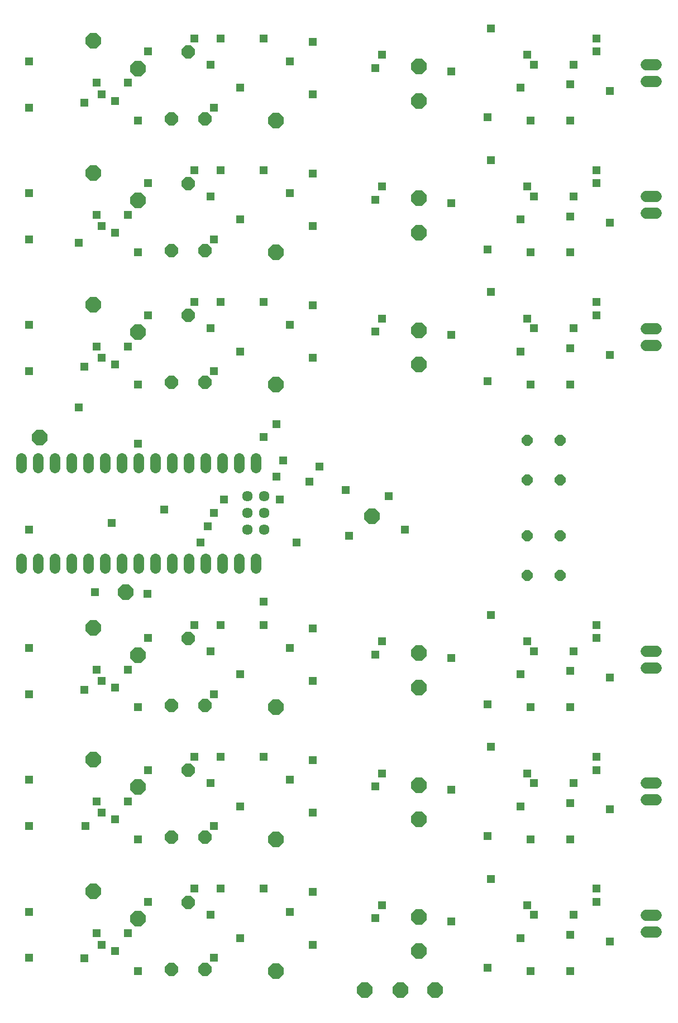
<source format=gbs>
G75*
%MOIN*%
%OFA0B0*%
%FSLAX25Y25*%
%IPPOS*%
%LPD*%
%AMOC8*
5,1,8,0,0,1.08239X$1,22.5*
%
%ADD10C,0.06000*%
%ADD11C,0.06800*%
%ADD12OC8,0.07000*%
%ADD13OC8,0.07800*%
%ADD14OC8,0.08500*%
%ADD15OC8,0.09300*%
%ADD16OC8,0.05600*%
%ADD17OC8,0.06400*%
%ADD18C,0.05550*%
%ADD19C,0.06350*%
%ADD20C,0.05550*%
%ADD21C,0.06350*%
%ADD22R,0.04362X0.04362*%
%ADD23R,0.05162X0.05162*%
D10*
X0430783Y0164950D02*
X0436783Y0164950D01*
X0436783Y0174950D02*
X0430783Y0174950D01*
X0430783Y0243690D02*
X0436783Y0243690D01*
X0436783Y0253690D02*
X0430783Y0253690D01*
X0430783Y0322430D02*
X0436783Y0322430D01*
X0436783Y0332430D02*
X0430783Y0332430D01*
X0430783Y0515343D02*
X0436783Y0515343D01*
X0436783Y0525343D02*
X0430783Y0525343D01*
X0430783Y0594083D02*
X0436783Y0594083D01*
X0436783Y0604083D02*
X0430783Y0604083D01*
X0430783Y0672824D02*
X0436783Y0672824D01*
X0436783Y0682824D02*
X0430783Y0682824D01*
D11*
X0436783Y0682824D01*
X0436783Y0672824D02*
X0430783Y0672824D01*
X0430783Y0604083D02*
X0436783Y0604083D01*
X0436783Y0594083D02*
X0430783Y0594083D01*
X0430783Y0525343D02*
X0436783Y0525343D01*
X0436783Y0515343D02*
X0430783Y0515343D01*
X0430783Y0332430D02*
X0436783Y0332430D01*
X0436783Y0322430D02*
X0430783Y0322430D01*
X0430783Y0253690D02*
X0436783Y0253690D01*
X0436783Y0243690D02*
X0430783Y0243690D01*
X0430783Y0174950D02*
X0436783Y0174950D01*
X0436783Y0164950D02*
X0430783Y0164950D01*
D12*
X0167287Y0142627D03*
X0147287Y0142627D03*
X0157287Y0182627D03*
X0147287Y0221367D03*
X0167287Y0221367D03*
X0157287Y0261367D03*
X0147287Y0300107D03*
X0167287Y0300107D03*
X0157287Y0340107D03*
X0147287Y0493020D03*
X0167287Y0493020D03*
X0157287Y0533020D03*
X0147287Y0571761D03*
X0167287Y0571761D03*
X0157287Y0611761D03*
X0147287Y0650501D03*
X0167287Y0650501D03*
X0157287Y0690501D03*
D13*
X0157287Y0690501D03*
X0147287Y0650501D03*
X0167287Y0650501D03*
X0157287Y0611761D03*
X0147287Y0571761D03*
X0167287Y0571761D03*
X0157287Y0533020D03*
X0147287Y0493020D03*
X0167287Y0493020D03*
X0157287Y0340107D03*
X0147287Y0300107D03*
X0167287Y0300107D03*
X0157287Y0261367D03*
X0147287Y0221367D03*
X0167287Y0221367D03*
X0157287Y0182627D03*
X0147287Y0142627D03*
X0167287Y0142627D03*
D14*
X0209807Y0141603D03*
X0209807Y0220343D03*
X0209807Y0299083D03*
X0266972Y0413257D03*
X0295004Y0331367D03*
X0295161Y0310894D03*
X0295004Y0252627D03*
X0295161Y0232154D03*
X0295004Y0173887D03*
X0295161Y0153414D03*
X0304689Y0130107D03*
X0284138Y0130107D03*
X0262917Y0130107D03*
X0127366Y0172784D03*
X0100634Y0189162D03*
X0127366Y0251524D03*
X0100634Y0267902D03*
X0127366Y0330265D03*
X0120043Y0367981D03*
X0100634Y0346643D03*
X0068862Y0460186D03*
X0100634Y0539556D03*
X0127366Y0523178D03*
X0127366Y0601918D03*
X0100634Y0618296D03*
X0127366Y0680658D03*
X0100634Y0697036D03*
X0209807Y0649477D03*
X0209807Y0570737D03*
X0209807Y0491997D03*
X0295161Y0503808D03*
X0295004Y0524280D03*
X0295161Y0582548D03*
X0295004Y0603020D03*
X0295161Y0661288D03*
X0295004Y0681761D03*
D15*
X0295004Y0681761D03*
X0295161Y0661288D03*
X0295004Y0603020D03*
X0295161Y0582548D03*
X0295004Y0524280D03*
X0295161Y0503808D03*
X0266972Y0413257D03*
X0295004Y0331367D03*
X0295161Y0310894D03*
X0295004Y0252627D03*
X0295161Y0232154D03*
X0295004Y0173887D03*
X0295161Y0153414D03*
X0304689Y0130107D03*
X0284138Y0130107D03*
X0262917Y0130107D03*
X0209807Y0141603D03*
X0209807Y0220343D03*
X0209807Y0299083D03*
X0127366Y0330265D03*
X0120043Y0367981D03*
X0100634Y0346643D03*
X0100634Y0267902D03*
X0127366Y0251524D03*
X0100634Y0189162D03*
X0127366Y0172784D03*
X0068862Y0460186D03*
X0100634Y0539556D03*
X0127366Y0523178D03*
X0127366Y0601918D03*
X0100634Y0618296D03*
X0127366Y0680658D03*
X0100634Y0697036D03*
X0209807Y0649477D03*
X0209807Y0570737D03*
X0209807Y0491997D03*
D16*
X0359810Y0458482D03*
X0359810Y0434882D03*
X0379410Y0434882D03*
X0379410Y0458482D03*
X0379410Y0401395D03*
X0379410Y0377795D03*
X0359810Y0377795D03*
X0359810Y0401395D03*
D17*
X0359810Y0401395D03*
X0359810Y0377795D03*
X0379410Y0377795D03*
X0379410Y0401395D03*
X0379410Y0434882D03*
X0379410Y0458482D03*
X0359810Y0458482D03*
X0359810Y0434882D03*
D18*
X0197917Y0442254D02*
X0197917Y0447803D01*
X0187917Y0447803D02*
X0187917Y0442254D01*
X0177917Y0442254D02*
X0177917Y0447803D01*
X0167917Y0447803D02*
X0167917Y0442254D01*
X0157917Y0442254D02*
X0157917Y0447803D01*
X0147917Y0447803D02*
X0147917Y0442254D01*
X0137917Y0442254D02*
X0137917Y0447803D01*
X0127917Y0447803D02*
X0127917Y0442254D01*
X0117917Y0442254D02*
X0117917Y0447803D01*
X0107917Y0447803D02*
X0107917Y0442254D01*
X0097917Y0442254D02*
X0097917Y0447803D01*
X0087917Y0447803D02*
X0087917Y0442254D01*
X0077917Y0442254D02*
X0077917Y0447803D01*
X0067917Y0447803D02*
X0067917Y0442254D01*
X0057917Y0442254D02*
X0057917Y0447803D01*
X0057917Y0387803D02*
X0057917Y0382254D01*
X0067917Y0382254D02*
X0067917Y0387803D01*
X0077917Y0387803D02*
X0077917Y0382254D01*
X0087917Y0382254D02*
X0087917Y0387803D01*
X0097917Y0387803D02*
X0097917Y0382254D01*
X0107917Y0382254D02*
X0107917Y0387803D01*
X0117917Y0387803D02*
X0117917Y0382254D01*
X0127917Y0382254D02*
X0127917Y0387803D01*
X0137917Y0387803D02*
X0137917Y0382254D01*
X0147917Y0382254D02*
X0147917Y0387803D01*
X0157917Y0387803D02*
X0157917Y0382254D01*
X0167917Y0382254D02*
X0167917Y0387803D01*
X0177917Y0387803D02*
X0177917Y0382254D01*
X0187917Y0382254D02*
X0187917Y0387803D01*
X0197917Y0387803D02*
X0197917Y0382254D01*
D19*
X0197917Y0387803D01*
X0187917Y0387803D02*
X0187917Y0382254D01*
X0177917Y0382254D02*
X0177917Y0387803D01*
X0167917Y0387803D02*
X0167917Y0382254D01*
X0157917Y0382254D02*
X0157917Y0387803D01*
X0147917Y0387803D02*
X0147917Y0382254D01*
X0137917Y0382254D02*
X0137917Y0387803D01*
X0127917Y0387803D02*
X0127917Y0382254D01*
X0117917Y0382254D02*
X0117917Y0387803D01*
X0107917Y0387803D02*
X0107917Y0382254D01*
X0097917Y0382254D02*
X0097917Y0387803D01*
X0087917Y0387803D02*
X0087917Y0382254D01*
X0077917Y0382254D02*
X0077917Y0387803D01*
X0067917Y0387803D02*
X0067917Y0382254D01*
X0057917Y0382254D02*
X0057917Y0387803D01*
X0057917Y0442254D02*
X0057917Y0447803D01*
X0067917Y0447803D02*
X0067917Y0442254D01*
X0077917Y0442254D02*
X0077917Y0447803D01*
X0087917Y0447803D02*
X0087917Y0442254D01*
X0097917Y0442254D02*
X0097917Y0447803D01*
X0107917Y0447803D02*
X0107917Y0442254D01*
X0117917Y0442254D02*
X0117917Y0447803D01*
X0127917Y0447803D02*
X0127917Y0442254D01*
X0137917Y0442254D02*
X0137917Y0447803D01*
X0147917Y0447803D02*
X0147917Y0442254D01*
X0157917Y0442254D02*
X0157917Y0447803D01*
X0167917Y0447803D02*
X0167917Y0442254D01*
X0177917Y0442254D02*
X0177917Y0447803D01*
X0187917Y0447803D02*
X0187917Y0442254D01*
X0197917Y0442254D02*
X0197917Y0447803D01*
D20*
X0192917Y0425028D03*
X0192917Y0415028D03*
X0192917Y0405028D03*
X0202917Y0405028D03*
X0202917Y0415028D03*
X0202917Y0425028D03*
D21*
X0202917Y0425028D03*
X0202917Y0415028D03*
X0202917Y0405028D03*
X0192917Y0405028D03*
X0192917Y0415028D03*
X0192917Y0425028D03*
D22*
X0178665Y0423060D03*
X0172760Y0415186D03*
X0169217Y0407312D03*
X0164886Y0397469D03*
X0143232Y0417154D03*
X0127484Y0456524D03*
X0127484Y0491957D03*
X0113705Y0503769D03*
X0121579Y0514595D03*
X0105831Y0507706D03*
X0102878Y0514595D03*
X0095594Y0502587D03*
X0092051Y0478178D03*
X0062524Y0499831D03*
X0062524Y0527391D03*
X0092051Y0576603D03*
X0105831Y0586446D03*
X0102878Y0593335D03*
X0113705Y0582509D03*
X0121579Y0593335D03*
X0133390Y0612036D03*
X0160949Y0619910D03*
X0170791Y0604162D03*
X0176697Y0619910D03*
X0188508Y0590383D03*
X0172760Y0578572D03*
X0176697Y0541170D03*
X0170791Y0525422D03*
X0160949Y0541170D03*
X0133390Y0533296D03*
X0127484Y0570698D03*
X0127484Y0649438D03*
X0113705Y0661249D03*
X0121579Y0672076D03*
X0105831Y0665186D03*
X0102878Y0672076D03*
X0095594Y0660068D03*
X0062524Y0657312D03*
X0062524Y0684871D03*
X0062524Y0606131D03*
X0062524Y0578572D03*
X0133390Y0690776D03*
X0160949Y0698650D03*
X0170791Y0682902D03*
X0176697Y0698650D03*
X0188508Y0669123D03*
X0172760Y0657312D03*
X0202287Y0619910D03*
X0218035Y0606131D03*
X0231815Y0617942D03*
X0231815Y0586446D03*
X0202287Y0541170D03*
X0218035Y0527391D03*
X0231815Y0539202D03*
X0231815Y0507706D03*
X0210161Y0468335D03*
X0202287Y0460461D03*
X0214098Y0446682D03*
X0210161Y0436839D03*
X0212130Y0423060D03*
X0229846Y0433887D03*
X0235752Y0442745D03*
X0251500Y0428965D03*
X0253469Y0401406D03*
X0277169Y0425107D03*
X0286933Y0405343D03*
X0273154Y0338414D03*
X0269217Y0330540D03*
X0231815Y0314792D03*
X0218035Y0334477D03*
X0231815Y0346288D03*
X0202287Y0348257D03*
X0202287Y0362036D03*
X0176697Y0348257D03*
X0170791Y0332509D03*
X0160949Y0348257D03*
X0133390Y0340383D03*
X0121579Y0321682D03*
X0113705Y0310855D03*
X0105831Y0314792D03*
X0102878Y0321682D03*
X0095594Y0309674D03*
X0062524Y0306918D03*
X0062524Y0334477D03*
X0101894Y0367942D03*
X0111736Y0409280D03*
X0132996Y0366761D03*
X0172760Y0306918D03*
X0188508Y0318729D03*
X0176697Y0269517D03*
X0170791Y0253769D03*
X0160949Y0269517D03*
X0133390Y0261643D03*
X0121579Y0242942D03*
X0113705Y0232115D03*
X0105831Y0236052D03*
X0102878Y0242942D03*
X0095988Y0228178D03*
X0127484Y0220304D03*
X0133390Y0182902D03*
X0121579Y0164202D03*
X0113705Y0153375D03*
X0105831Y0157312D03*
X0102878Y0164202D03*
X0095594Y0149044D03*
X0127484Y0141564D03*
X0160949Y0190776D03*
X0170791Y0175028D03*
X0176697Y0190776D03*
X0188508Y0161249D03*
X0172760Y0149438D03*
X0202287Y0190776D03*
X0218035Y0176997D03*
X0231815Y0188808D03*
X0231815Y0157312D03*
X0269217Y0173060D03*
X0273154Y0180934D03*
X0231815Y0236052D03*
X0218035Y0255737D03*
X0231815Y0267548D03*
X0202287Y0269517D03*
X0188508Y0239989D03*
X0172760Y0228178D03*
X0127484Y0299044D03*
X0062524Y0255737D03*
X0062524Y0228178D03*
X0062524Y0176997D03*
X0062524Y0149438D03*
X0221972Y0397469D03*
X0172760Y0499831D03*
X0188508Y0511643D03*
X0269217Y0523454D03*
X0273154Y0531328D03*
X0314492Y0521485D03*
X0336146Y0493926D03*
X0355831Y0511643D03*
X0363705Y0525422D03*
X0359768Y0531328D03*
X0338114Y0547076D03*
X0336146Y0572666D03*
X0355831Y0590383D03*
X0363705Y0604162D03*
X0359768Y0610068D03*
X0338114Y0625816D03*
X0336146Y0651406D03*
X0355831Y0669123D03*
X0363705Y0682902D03*
X0359768Y0688808D03*
X0338114Y0704556D03*
X0314492Y0678965D03*
X0273154Y0688808D03*
X0269217Y0680934D03*
X0231815Y0696682D03*
X0218035Y0684871D03*
X0202287Y0698650D03*
X0231815Y0665186D03*
X0273154Y0610068D03*
X0269217Y0602194D03*
X0314492Y0600225D03*
X0361736Y0570698D03*
X0385358Y0570698D03*
X0385358Y0592351D03*
X0387327Y0604162D03*
X0401106Y0612036D03*
X0401106Y0619910D03*
X0408980Y0588414D03*
X0401106Y0541170D03*
X0401106Y0533296D03*
X0387327Y0525422D03*
X0385358Y0513611D03*
X0385358Y0491957D03*
X0361736Y0491957D03*
X0408980Y0509674D03*
X0385358Y0649438D03*
X0385358Y0671091D03*
X0387327Y0682902D03*
X0401106Y0690776D03*
X0401106Y0698650D03*
X0408980Y0667154D03*
X0361736Y0649438D03*
X0338114Y0354162D03*
X0359768Y0338414D03*
X0363705Y0332509D03*
X0355831Y0318729D03*
X0361736Y0299044D03*
X0338114Y0275422D03*
X0336146Y0301013D03*
X0314492Y0328572D03*
X0273154Y0259674D03*
X0269217Y0251800D03*
X0314492Y0249831D03*
X0336146Y0222272D03*
X0338114Y0196682D03*
X0359768Y0180934D03*
X0363705Y0175028D03*
X0355831Y0161249D03*
X0361736Y0141564D03*
X0385358Y0141564D03*
X0385358Y0163217D03*
X0387327Y0175028D03*
X0401106Y0182902D03*
X0401106Y0190776D03*
X0408980Y0159280D03*
X0385358Y0220304D03*
X0385358Y0241957D03*
X0387327Y0253769D03*
X0401106Y0261643D03*
X0401106Y0269517D03*
X0408980Y0238020D03*
X0385358Y0299044D03*
X0385358Y0320698D03*
X0387327Y0332509D03*
X0401106Y0340383D03*
X0401106Y0348257D03*
X0408980Y0316761D03*
X0363705Y0253769D03*
X0359768Y0259674D03*
X0355831Y0239989D03*
X0361736Y0220304D03*
X0314492Y0171091D03*
X0336146Y0143532D03*
X0062524Y0405343D03*
D23*
X0062524Y0149438D03*
X0062524Y0176997D03*
X0095594Y0149044D03*
X0105831Y0157312D03*
X0102878Y0164202D03*
X0113705Y0153375D03*
X0121579Y0164202D03*
X0133390Y0182902D03*
X0160949Y0190776D03*
X0170791Y0175028D03*
X0176697Y0190776D03*
X0188508Y0161249D03*
X0172760Y0149438D03*
X0202287Y0190776D03*
X0218035Y0176997D03*
X0231815Y0188808D03*
X0231815Y0157312D03*
X0269217Y0173060D03*
X0273154Y0180934D03*
X0231815Y0236052D03*
X0218035Y0255737D03*
X0231815Y0267548D03*
X0202287Y0269517D03*
X0188508Y0239989D03*
X0172760Y0228178D03*
X0170791Y0253769D03*
X0176697Y0269517D03*
X0160949Y0269517D03*
X0133390Y0261643D03*
X0121579Y0242942D03*
X0113705Y0232115D03*
X0105831Y0236052D03*
X0102878Y0242942D03*
X0095988Y0228178D03*
X0127484Y0220304D03*
X0127484Y0141564D03*
X0062524Y0228178D03*
X0062524Y0255737D03*
X0062524Y0306918D03*
X0062524Y0334477D03*
X0095594Y0309674D03*
X0105831Y0314792D03*
X0102878Y0321682D03*
X0113705Y0310855D03*
X0121579Y0321682D03*
X0133390Y0340383D03*
X0132996Y0366761D03*
X0160949Y0348257D03*
X0170791Y0332509D03*
X0176697Y0348257D03*
X0188508Y0318729D03*
X0172760Y0306918D03*
X0202287Y0348257D03*
X0202287Y0362036D03*
X0218035Y0334477D03*
X0231815Y0346288D03*
X0231815Y0314792D03*
X0269217Y0330540D03*
X0273154Y0338414D03*
X0314492Y0328572D03*
X0336146Y0301013D03*
X0338114Y0275422D03*
X0359768Y0259674D03*
X0363705Y0253769D03*
X0355831Y0239989D03*
X0361736Y0220304D03*
X0338114Y0196682D03*
X0336146Y0222272D03*
X0314492Y0249831D03*
X0273154Y0259674D03*
X0269217Y0251800D03*
X0314492Y0171091D03*
X0336146Y0143532D03*
X0355831Y0161249D03*
X0363705Y0175028D03*
X0359768Y0180934D03*
X0385358Y0163217D03*
X0387327Y0175028D03*
X0401106Y0182902D03*
X0401106Y0190776D03*
X0408980Y0159280D03*
X0385358Y0141564D03*
X0361736Y0141564D03*
X0385358Y0220304D03*
X0385358Y0241957D03*
X0387327Y0253769D03*
X0401106Y0261643D03*
X0401106Y0269517D03*
X0408980Y0238020D03*
X0385358Y0299044D03*
X0385358Y0320698D03*
X0387327Y0332509D03*
X0401106Y0340383D03*
X0401106Y0348257D03*
X0408980Y0316761D03*
X0363705Y0332509D03*
X0359768Y0338414D03*
X0355831Y0318729D03*
X0361736Y0299044D03*
X0338114Y0354162D03*
X0286933Y0405343D03*
X0277169Y0425107D03*
X0251500Y0428965D03*
X0235752Y0442745D03*
X0229846Y0433887D03*
X0214098Y0446682D03*
X0210161Y0436839D03*
X0212130Y0423060D03*
X0221972Y0397469D03*
X0253469Y0401406D03*
X0210161Y0468335D03*
X0202287Y0460461D03*
X0178665Y0423060D03*
X0172760Y0415186D03*
X0169217Y0407312D03*
X0164886Y0397469D03*
X0143232Y0417154D03*
X0127484Y0456524D03*
X0127484Y0491957D03*
X0113705Y0503769D03*
X0121579Y0514595D03*
X0105831Y0507706D03*
X0102878Y0514595D03*
X0095594Y0502587D03*
X0092051Y0478178D03*
X0062524Y0499831D03*
X0062524Y0527391D03*
X0092051Y0576603D03*
X0105831Y0586446D03*
X0102878Y0593335D03*
X0113705Y0582509D03*
X0121579Y0593335D03*
X0133390Y0612036D03*
X0160949Y0619910D03*
X0170791Y0604162D03*
X0176697Y0619910D03*
X0188508Y0590383D03*
X0172760Y0578572D03*
X0176697Y0541170D03*
X0170791Y0525422D03*
X0160949Y0541170D03*
X0133390Y0533296D03*
X0127484Y0570698D03*
X0127484Y0649438D03*
X0113705Y0661249D03*
X0121579Y0672076D03*
X0105831Y0665186D03*
X0102878Y0672076D03*
X0095594Y0660068D03*
X0062524Y0657312D03*
X0062524Y0684871D03*
X0062524Y0606131D03*
X0062524Y0578572D03*
X0133390Y0690776D03*
X0160949Y0698650D03*
X0170791Y0682902D03*
X0176697Y0698650D03*
X0188508Y0669123D03*
X0172760Y0657312D03*
X0202287Y0619910D03*
X0218035Y0606131D03*
X0231815Y0617942D03*
X0231815Y0586446D03*
X0202287Y0541170D03*
X0218035Y0527391D03*
X0231815Y0539202D03*
X0231815Y0507706D03*
X0269217Y0523454D03*
X0273154Y0531328D03*
X0314492Y0521485D03*
X0336146Y0493926D03*
X0355831Y0511643D03*
X0363705Y0525422D03*
X0359768Y0531328D03*
X0338114Y0547076D03*
X0336146Y0572666D03*
X0355831Y0590383D03*
X0363705Y0604162D03*
X0359768Y0610068D03*
X0338114Y0625816D03*
X0336146Y0651406D03*
X0355831Y0669123D03*
X0363705Y0682902D03*
X0359768Y0688808D03*
X0338114Y0704556D03*
X0314492Y0678965D03*
X0273154Y0688808D03*
X0269217Y0680934D03*
X0231815Y0696682D03*
X0218035Y0684871D03*
X0202287Y0698650D03*
X0231815Y0665186D03*
X0273154Y0610068D03*
X0269217Y0602194D03*
X0314492Y0600225D03*
X0361736Y0570698D03*
X0385358Y0570698D03*
X0385358Y0592351D03*
X0387327Y0604162D03*
X0401106Y0612036D03*
X0401106Y0619910D03*
X0408980Y0588414D03*
X0401106Y0541170D03*
X0401106Y0533296D03*
X0387327Y0525422D03*
X0385358Y0513611D03*
X0385358Y0491957D03*
X0361736Y0491957D03*
X0408980Y0509674D03*
X0385358Y0649438D03*
X0385358Y0671091D03*
X0387327Y0682902D03*
X0401106Y0690776D03*
X0401106Y0698650D03*
X0408980Y0667154D03*
X0361736Y0649438D03*
X0188508Y0511643D03*
X0172760Y0499831D03*
X0111736Y0409280D03*
X0101894Y0367942D03*
X0062524Y0405343D03*
X0127484Y0299044D03*
M02*

</source>
